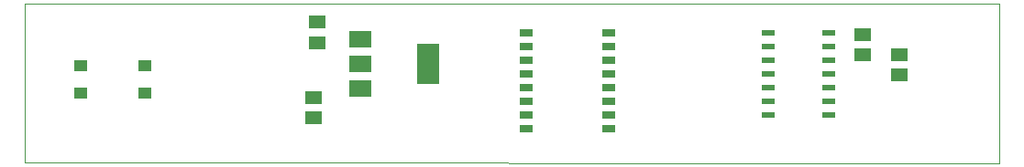
<source format=gbp>
G75*
G70*
%OFA0B0*%
%FSLAX24Y24*%
%IPPOS*%
%LPD*%
%AMOC8*
5,1,8,0,0,1.08239X$1,22.5*
%
%ADD10C,0.0000*%
%ADD11R,0.0500X0.0299*%
%ADD12R,0.0472X0.0236*%
%ADD13R,0.0512X0.0394*%
%ADD14R,0.0591X0.0512*%
%ADD15R,0.0787X0.0591*%
%ADD16R,0.0787X0.1496*%
D10*
X000254Y000496D02*
X000254Y006301D01*
X035707Y006286D01*
X035707Y000480D01*
X000254Y000496D01*
D11*
X018494Y001721D03*
X018494Y002221D03*
X018494Y002721D03*
X018494Y003221D03*
X018494Y003721D03*
X018494Y004221D03*
X018494Y004721D03*
X018494Y005221D03*
X021494Y005221D03*
X021494Y004721D03*
X021494Y004221D03*
X021494Y003721D03*
X021494Y003221D03*
X021494Y002721D03*
X021494Y002221D03*
X021494Y001721D03*
D12*
X027291Y002234D03*
X029496Y002234D03*
X029496Y002734D03*
X027291Y002734D03*
X027291Y003234D03*
X029496Y003234D03*
X029496Y003734D03*
X027291Y003734D03*
X027291Y004234D03*
X029496Y004234D03*
X029496Y004734D03*
X027291Y004734D03*
X027291Y005234D03*
X029496Y005234D03*
D13*
X004649Y004025D03*
X002287Y004025D03*
X002287Y003025D03*
X004649Y003025D03*
D14*
X010754Y002868D03*
X010754Y002120D03*
X010892Y004876D03*
X010892Y005624D03*
X030747Y005168D03*
X030747Y004420D03*
X032075Y004437D03*
X032075Y003689D03*
D15*
X012457Y004106D03*
X012457Y003200D03*
X012457Y005011D03*
D16*
X014937Y004106D03*
M02*

</source>
